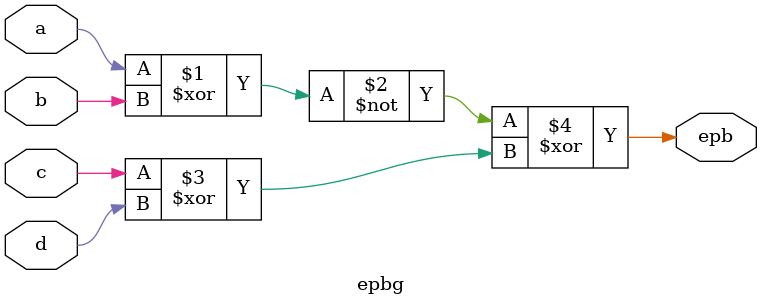
<source format=v>
`timescale 1ns / 1ps

module epbg(
    input a,
    input b,
    input c,
    input d,

    output epb
);

assign epb = ~(a ^ b) ^ (c ^ d);

endmodule
</source>
